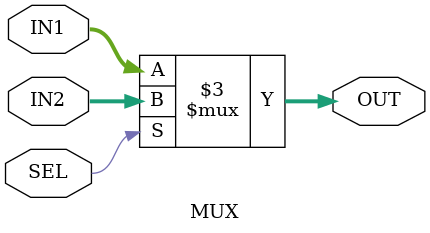
<source format=v>
module MUX #(parameter input_width =32) (
    input  wire [input_width-1:0] IN1,
    input  wire [input_width-1:0] IN2,
    input  wire SEL,
    output reg [input_width-1:0] OUT
);
    

always @(*) begin
    if(SEL)
    OUT=IN2;
    else
    OUT=IN1;

end
    
endmodule

</source>
